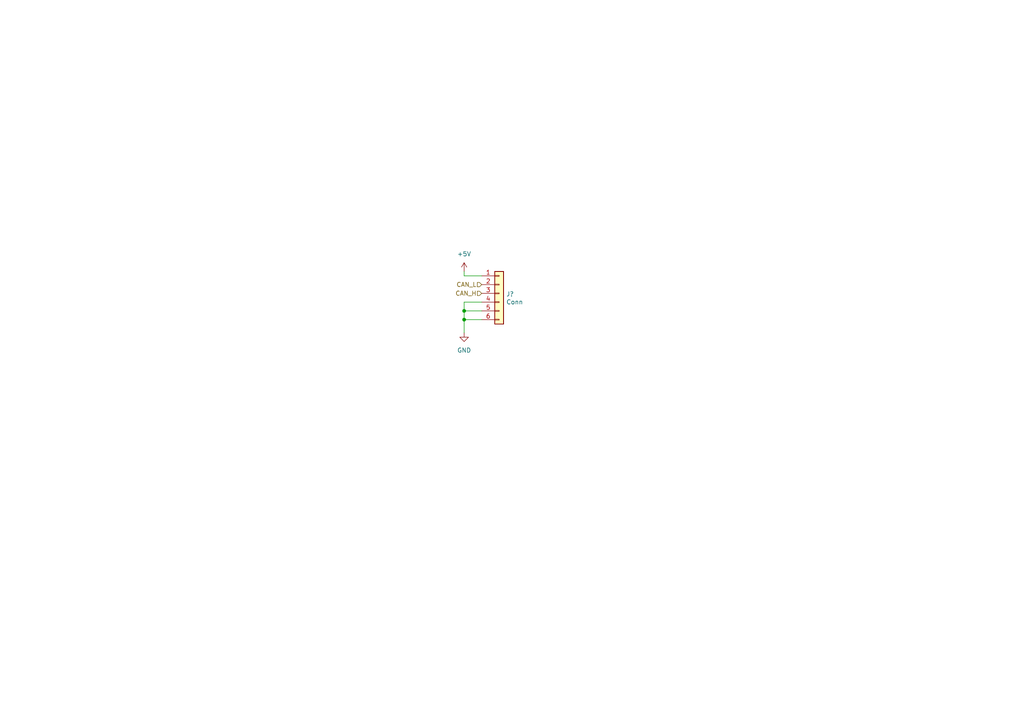
<source format=kicad_sch>
(kicad_sch (version 20211123) (generator eeschema)
  (paper "A4")
  (lib_symbols
    (symbol "Connector_Generic:Conn_01x06" (pin_names (offset 1.016) hide)
      (property "Reference" "J" (at 0 7.62 0))
      (property "Value" "Conn_01x06" (at 0 -10.16 0))
      (symbol "Conn_01x06_1_1"
        (rectangle (start -1.27 -7.493) (end 0 -7.747) (stroke (width 0.1524)))
        (rectangle (start -1.27 -4.953) (end 0 -5.207) (stroke (width 0.1524)))
        (rectangle (start -1.27 -2.413) (end 0 -2.667) (stroke (width 0.1524)))
        (rectangle (start -1.27 0.127) (end 0 -0.127) (stroke (width 0.1524)))
        (rectangle (start -1.27 2.667) (end 0 2.413) (stroke (width 0.1524)))
        (rectangle (start -1.27 5.207) (end 0 4.953) (stroke (width 0.1524)))
        (rectangle (start -1.27 6.35) (end 1.27 -8.89) (stroke (width 0.254)) (fill (type background)))
        (pin passive line (at -5.08 5.08 0) (length 3.81) (name "Pin_1") (number "1"))
        (pin passive line (at -5.08 2.54 0) (length 3.81) (name "Pin_2") (number "2"))
        (pin passive line (at -5.08 0 0) (length 3.81) (name "Pin_3") (number "3"))
        (pin passive line (at -5.08 -2.54 0) (length 3.81) (name "Pin_4") (number "4"))
        (pin passive line (at -5.08 -5.08 0) (length 3.81) (name "Pin_5") (number "5"))
        (pin passive line (at -5.08 -7.62 0) (length 3.81) (name "Pin_6") (number "6"))
      )
    )
    (symbol "power:+5V" (power) (pin_names (offset 0))
      (property "Value" "+5V" (at 0 3.556 0))
      (symbol "+5V_0_1"
        (polyline (pts (xy -0.762 1.27) (xy 0 2.54)))
        (polyline (pts (xy 0 0) (xy 0 2.54)))
        (polyline (pts (xy 0 2.54) (xy 0.762 1.27)))
      )
      (symbol "+5V_1_1"
        (pin power_in line (at 0 0 90) (length 0) hide (name "+5V") (number "1"))
      )
    )
    (symbol "power:GND" (power) (pin_names (offset 0))
      (property "Value" "GND" (at 0 -3.81 0))
      (symbol "GND_0_1"
        (polyline (pts (xy 0 0) (xy 0 -1.27) (xy 1.27 -1.27) (xy 0 -2.54) (xy -1.27 -1.27) (xy 0 -1.27)))
      )
      (symbol "GND_1_1"
        (pin power_in line (at 0 0 270) (length 0) hide (name "GND") (number "1"))
      )
    )
  )
  (junction (at 134.62 92.71))
  (junction (at 134.62 90.17))
  (wire (pts (xy 134.62 92.71) (xy 139.7 92.71)))
  (wire (pts (xy 134.62 92.71) (xy 134.62 96.52)))
  (wire (pts (xy 134.62 80.01) (xy 139.7 80.01)))
  (wire (pts (xy 134.62 80.01) (xy 134.62 78.74)))
  (wire (pts (xy 134.62 87.63) (xy 139.7 87.63)))
  (wire (pts (xy 134.62 90.17) (xy 139.7 90.17)))
  (wire (pts (xy 134.62 90.17) (xy 134.62 92.71)))
  (wire (pts (xy 134.62 87.63) (xy 134.62 90.17)))
  (hierarchical_label "CAN_L" (shape input) (at 139.7 82.55 180))
  (hierarchical_label "CAN_H" (shape input) (at 139.7 85.09 180))
  (symbol (lib_id "power:+5V") (at 134.62 78.74 0) (unit 1)
    (property "Reference" "#PWR?" (effects hide))
    (property "Value" "+5V" (at 134.62 73.66 0))
  )
  (symbol (lib_id "power:GND") (at 134.62 96.52 0) (unit 1)
    (property "Reference" "#PWR?" (effects hide))
    (property "Value" "GND" (at 134.62 101.6 0))
  )
  (symbol (lib_id "Connector_Generic:Conn_01x06") (at 144.78 85.09 0) (unit 1)
    (property "Reference" "J?" (at 146.812 85.2932 0) (effects (justify left)))
    (property "Value" "Conn" (at 146.812 87.6046 0) (effects (justify left)))
    (property "Footprint" "bldc_lib:21322604YY" (effects hide))
  )
)
</source>
